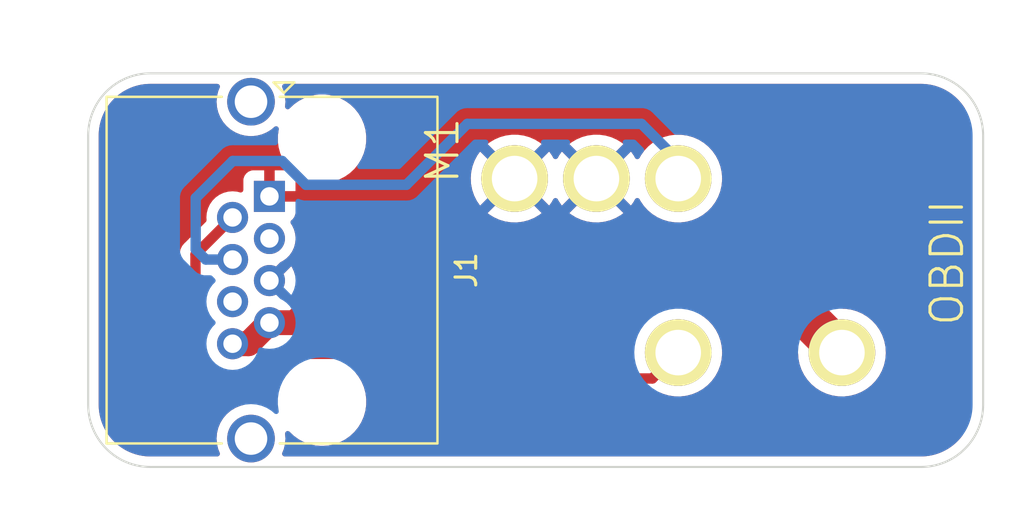
<source format=kicad_pcb>
(kicad_pcb (version 20211014) (generator pcbnew)
  (layers (0 "F.Cu" signal) (31 "B.Cu" signal) (34 "B.Paste" user) (35 "F.Paste" user) (36 "B.SilkS" user "B.Silkscreen") (37 "F.SilkS" user "F.Silkscreen") (38 "B.Mask" user) (39 "F.Mask" user) (44 "Edge.Cuts" user))
  (net 0 "")
  (net 1 "GND")
  (net 2 "CAN_L")
  (net 4 "CAN_H")
  (net 6 "+12V")
  (footprint "OpenOBDPower:OBDII_MIN" (layer "F.Cu") (at 139.934 98.88 180)
    (fp_text reference "M1" (at 5.3094 5.16 90) (layer "F.SilkS") (effects (font (size 1.524 1.524))))
    (fp_text value "OBDII" (at -19.046 -0.25 270) (layer "F.SilkS") (effects (font (size 1.524 1.524))))
    (pad "4" thru_hole circle (at 1.8288 3.81 180) (size 3.21564 3.21564) (drill 2.19964) (layers F&B.Cu "F.Paste" "F.SilkS" "F.Mask") (net 1 "GND"))
    (pad "5" thru_hole circle (at -2.11836 3.81 180) (size 3.21564 3.21564) (drill 2.19964) (layers F&B.Cu "F.Paste" "F.SilkS" "F.Mask") (net 1 "GND"))
    (pad "6" thru_hole circle (at -6.06806 3.81 180) (size 3.21564 3.21564) (drill 2.19964) (layers F&B.Cu "F.Paste" "F.SilkS" "F.Mask") (net 4 "CAN_H"))
    (pad "14" thru_hole circle (at -6.06806 -4.58978 180) (size 3.21564 3.21564) (drill 2.19964) (layers F&B.Cu "F.Paste" "F.SilkS" "F.Mask") (net 2 "CAN_L"))
    (pad "16" thru_hole circle (at -13.97 -4.58978 180) (size 3.21564 3.21564) (drill 2.19964) (layers F&B.Cu "F.Paste" "F.SilkS" "F.Mask") (net 6 "+12V"))
  )
  (footprint "Connector_RJ:RJ45_Amphenol_RJHSE5380" (layer "F.Cu") (at 126.27 95.93 -90)
    (fp_text reference "J1" (at 3.56 -9.5 90) (layer "F.SilkS"))
    (fp_text value "RJ45")
    (fp_line (start 11.925 7.86) (end 11.925 2.3) (layer "F.SilkS") (width 0.12))
    (fp_line (start -5.5 -0.2) (end -5.5 -1.2) (layer "F.SilkS") (width 0.12))
    (fp_line (start -5.5 -1.2) (end -5 -0.7) (layer "F.SilkS") (width 0.12))
    (fp_line (start -5 -0.7) (end -5.5 -0.2) (layer "F.SilkS") (width 0.12))
    (fp_line (start -4.805 7.86) (end -4.805 2.3) (layer "F.SilkS") (width 0.12))
    (fp_line (start -4.805 -8.11) (end -4.805 -0.5) (layer "F.SilkS") (width 0.12))
    (fp_line (start -4.76 7.86) (end 11.925 7.86) (layer "F.SilkS") (width 0.12))
    (fp_line (start -4.76 -8.11) (end 11.88 -8.11) (layer "F.SilkS") (width 0.12))
    (fp_line (start 11.925 -8.11) (end 11.925 -0.5) (layer "F.SilkS") (width 0.12))
    (pad "" np_thru_hole circle (at 9.91 -2.54 270) (size 3.25 3.25) (drill 3.25) (layers *.Cu *.Mask))
    (pad "" np_thru_hole circle (at -2.79 -2.54 270) (size 3.25 3.25) (drill 3.25) (layers *.Cu *.Mask))
    (pad "1" thru_hole rect (at 0 0 270) (size 1.5 1.5) (drill 0.89) (layers *.Cu *.Mask) (net 1 "GND"))
    (pad "2" thru_hole circle (at 1.016 1.78 270) (size 1.5 1.5) (drill 0.89) (layers *.Cu *.Mask) (net 2 "CAN_L"))
    (pad "3" thru_hole circle (at 2.032 0 270) (size 1.5 1.5) (drill 0.89) (layers *.Cu *.Mask))
    (pad "4" thru_hole circle (at 3.048 1.78 270) (size 1.5 1.5) (drill 0.89) (layers *.Cu *.Mask) (net 4 "CAN_H"))
    (pad "5" thru_hole circle (at 4.064 0 270) (size 1.5 1.5) (drill 0.89) (layers *.Cu *.Mask) (net 1 "GND"))
    (pad "6" thru_hole circle (at 5.08 1.78 270) (size 1.5 1.5) (drill 0.89) (layers *.Cu *.Mask))
    (pad "7" thru_hole circle (at 6.096 0 270) (size 1.5 1.5) (drill 0.89) (layers *.Cu *.Mask) (net 6 "+12V"))
    (pad "8" thru_hole circle (at 7.112 1.78 270) (size 1.5 1.5) (drill 0.89) (layers *.Cu *.Mask) (net 6 "+12V"))
    (pad "SH" thru_hole circle (at 11.69 0.89 270) (size 2.3 2.3) (drill 1.57) (layers *.Cu *.Mask))
    (pad "SH" thru_hole circle (at -4.57 0.89 270) (size 2.3 2.3) (drill 1.57) (layers *.Cu *.Mask))
  )
  (gr_poly (pts (xy 157.868761 89.993686) (xy 158.016512 90.004679) (xy 158.163007 90.022876) (xy 158.308002 90.048176) (xy 158.451249 90.080476) (xy 158.592502 90.119674) (xy 158.731517 90.16567) (xy 158.868047 90.21836) (xy 159.001846 90.277644) (xy 159.132669 90.343418) (xy 159.260268 90.415582) (xy 159.384399 90.494034) (xy 159.504816 90.578671) (xy 159.621272 90.669392) (xy 159.733522 90.766095) (xy 159.84132 90.868678) (xy 159.943902 90.976476) (xy 160.040605 91.088725) (xy 160.131326 91.205181) (xy 160.215963 91.325598) (xy 160.294415 91.449728) (xy 160.366579 91.577328) (xy 160.432354 91.70815) (xy 160.491638 91.841949) (xy 160.544328 91.978479) (xy 160.590324 92.117494) (xy 160.629523 92.258748) (xy 160.661823 92.401995) (xy 160.687123 92.54699) (xy 160.705321 92.693486) (xy 160.716314 92.841238) (xy 160.720001 92.989999) (xy 160.720001 105.989999) (xy 160.716314 106.13876) (xy 160.705321 106.286512) (xy 160.687123 106.433008) (xy 160.661823 106.578003) (xy 160.629523 106.72125) (xy 160.590324 106.862504) (xy 160.544328 107.001519) (xy 160.491638 107.138049) (xy 160.432354 107.271847) (xy 160.366579 107.402669) (xy 160.294415 107.530269) (xy 160.215963 107.654399) (xy 160.131326 107.774816) (xy 160.040605 107.891272) (xy 159.943902 108.003521) (xy 159.84132 108.111319) (xy 159.733522 108.213902) (xy 159.621272 108.310605) (xy 159.504816 108.401326) (xy 159.384399 108.485963) (xy 159.260268 108.564415) (xy 159.132669 108.636579) (xy 159.001846 108.702353) (xy 158.868047 108.761637) (xy 158.731517 108.814327) (xy 158.592502 108.860323) (xy 158.451249 108.899521) (xy 158.308002 108.931821) (xy 158.163007 108.957121) (xy 158.016512 108.975318) (xy 157.868761 108.986311) (xy 157.720001 108.989998) (xy 120.52 108.989998) (xy 120.371239 108.986311) (xy 120.223487 108.975318) (xy 120.076991 108.957121) (xy 119.931996 108.931821) (xy 119.788749 108.899521) (xy 119.647495 108.860323) (xy 119.50848 108.814327) (xy 119.37195 108.761637) (xy 119.238151 108.702353) (xy 119.107329 108.636579) (xy 118.979729 108.564415) (xy 118.855599 108.485963) (xy 118.735182 108.401326) (xy 118.618727 108.310605) (xy 118.506477 108.213902) (xy 118.39868 108.111319) (xy 118.296097 108.003521) (xy 118.199394 107.891272) (xy 118.108672 107.774816) (xy 118.024035 107.654399) (xy 117.945584 107.530269) (xy 117.87342 107.402669) (xy 117.807645 107.271847) (xy 117.748361 107.138048) (xy 117.695671 107.001518) (xy 117.649675 106.862503) (xy 117.610477 106.721249) (xy 117.578177 106.578002) (xy 117.552877 106.433007) (xy 117.53468 106.286511) (xy 117.523687 106.138759) (xy 117.52 105.989997) (xy 117.52 92.989999) (xy 117.523687 92.841238) (xy 117.53468 92.693486) (xy 117.552877 92.54699) (xy 117.578177 92.401995) (xy 117.610477 92.258748) (xy 117.649676 92.117494) (xy 117.695671 91.978479) (xy 117.748361 91.841949) (xy 117.807645 91.70815) (xy 117.87342 91.577328) (xy 117.945584 91.449728) (xy 118.024035 91.325598) (xy 118.108672 91.205181) (xy 118.199393 91.088725) (xy 118.296096 90.976476) (xy 118.398679 90.868678) (xy 118.506477 90.766095) (xy 118.618726 90.669392) (xy 118.735182 90.578671) (xy 118.855598 90.494034) (xy 118.979729 90.415582) (xy 119.107328 90.343418) (xy 119.238151 90.277644) (xy 119.37195 90.21836) (xy 119.508479 90.16567) (xy 119.647494 90.119675) (xy 119.788749 90.080476) (xy 119.931996 90.048176) (xy 120.076991 90.022877) (xy 120.223487 90.00468) (xy 120.371239 89.993687) (xy 120.52 89.99) (xy 157.720001 89.989999)) (layer "Edge.Cuts") (width 0.1) (fill none))
  (segment (start 144.75184 104.72) (end 132.22 104.72) (width 0.5) (layer "F.Cu") (net 2))
  (segment (start 122.7 98.736) (end 124.49 96.946) (width 0.5) (layer "F.Cu") (net 2))
  (segment (start 122.7 103.88) (end 122.7 98.736) (width 0.5) (layer "F.Cu") (net 2))
  (segment (start 123.83 105.01) (end 122.7 103.88) (width 0.5) (layer "F.Cu") (net 2))
  (segment (start 131.03 103.53) (end 127.03 103.53) (width 0.5) (layer "F.Cu") (net 2))
  (segment (start 132.22 104.72) (end 131.03 103.53) (width 0.5) (layer "F.Cu") (net 2))
  (segment (start 125.55 105.01) (end 123.83 105.01) (width 0.5) (layer "F.Cu") (net 2))
  (segment (start 127.03 103.53) (end 125.55 105.01) (width 0.5) (layer "F.Cu") (net 2))
  (segment (start 146.00206 103.46978) (end 144.75184 104.72) (width 0.5) (layer "F.Cu") (net 2))
  (segment (start 128.03 95.37) (end 126.88 94.22) (width 0.5) (layer "B.Cu") (net 4))
  (segment (start 135.82 92.43) (end 132.88 95.37) (width 0.5) (layer "B.Cu") (net 4))
  (segment (start 122.71 98.49) (end 123.198 98.978) (width 0.5) (layer "B.Cu") (net 4))
  (segment (start 132.88 95.37) (end 128.03 95.37) (width 0.5) (layer "B.Cu") (net 4))
  (segment (start 126.88 94.22) (end 124.5 94.22) (width 0.5) (layer "B.Cu") (net 4))
  (segment (start 144.23 92.43) (end 135.82 92.43) (width 0.5) (layer "B.Cu") (net 4))
  (segment (start 124.5 94.22) (end 122.71 96.01) (width 0.5) (layer "B.Cu") (net 4))
  (segment (start 146.00206 95.07) (end 146.00206 94.20206) (width 0.5) (layer "B.Cu") (net 4))
  (segment (start 122.71 96.01) (end 122.71 98.49) (width 0.5) (layer "B.Cu") (net 4))
  (segment (start 146.00206 94.20206) (end 144.23 92.43) (width 0.5) (layer "B.Cu") (net 4))
  (segment (start 123.198 98.978) (end 124.49 98.978) (width 0.5) (layer "B.Cu") (net 4))
  (segment (start 129.56962 99.96038) (end 150.3946 99.96038) (width 2) (layer "F.Cu") (net 6))
  (segment (start 125.254 103.042) (end 126.27 102.026) (width 1.2) (layer "F.Cu") (net 6))
  (segment (start 150.3946 99.96038) (end 153.904 103.46978) (width 2) (layer "F.Cu") (net 6))
  (segment (start 124.49 103.042) (end 125.254 103.042) (width 1.2) (layer "F.Cu") (net 6))
  (segment (start 128.33 101.2) (end 129.56962 99.96038) (width 2) (layer "F.Cu") (net 6))
  (segment (start 128.33 101.2) (end 128.33 102.03) (width 0.25) (layer "F.Cu") (net 6))
  (segment (start 128.33 101.2) (end 127.504 102.026) (width 1.2) (layer "F.Cu") (net 6))
  (segment (start 127.504 102.026) (end 126.27 102.026) (width 1.2) (layer "F.Cu") (net 6))
  (segment (start 153.904 103.46978) (end 153.85562 103.4214) (width 2) (layer "B.Cu") (net 6))
  (segment (start 153.85562 103.4214) (end 153.3494 103.4214) (width 2) (layer "B.Cu") (net 6))
  (zone (net 1) (net_name "GND") (layer "F.Cu") (connect_pads (clearance 0.508)) (min_thickness 0.254) (fill yes (thermal_gap 0.508) (thermal_bridge_width 0.508))
    (polygon (pts (xy 159.89 86.51) (xy 159.71 112.09) (xy 115.66 111.29) (xy 113.264 86.45)))
  )
  (zone (net 1) (net_name "GND") (layer "B.Cu") (connect_pads (clearance 0.508)) (min_thickness 0.254) (fill yes (thermal_gap 0.508) (thermal_bridge_width 0.508))
    (polygon (pts (xy 162.7 86.97) (xy 162.61 111.75) (xy 114.026 111.088) (xy 113.772 86.958)))
  )
)
</source>
